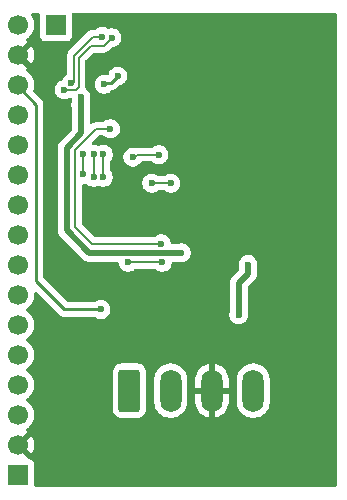
<source format=gbr>
%TF.GenerationSoftware,KiCad,Pcbnew,9.0.6*%
%TF.CreationDate,2026-02-21T13:52:17+10:00*%
%TF.ProjectId,ae-tracker-db,61652d74-7261-4636-9b65-722d64622e6b,rev?*%
%TF.SameCoordinates,Original*%
%TF.FileFunction,Copper,L2,Bot*%
%TF.FilePolarity,Positive*%
%FSLAX46Y46*%
G04 Gerber Fmt 4.6, Leading zero omitted, Abs format (unit mm)*
G04 Created by KiCad (PCBNEW 9.0.6) date 2026-02-21 13:52:17*
%MOMM*%
%LPD*%
G01*
G04 APERTURE LIST*
G04 Aperture macros list*
%AMRoundRect*
0 Rectangle with rounded corners*
0 $1 Rounding radius*
0 $2 $3 $4 $5 $6 $7 $8 $9 X,Y pos of 4 corners*
0 Add a 4 corners polygon primitive as box body*
4,1,4,$2,$3,$4,$5,$6,$7,$8,$9,$2,$3,0*
0 Add four circle primitives for the rounded corners*
1,1,$1+$1,$2,$3*
1,1,$1+$1,$4,$5*
1,1,$1+$1,$6,$7*
1,1,$1+$1,$8,$9*
0 Add four rect primitives between the rounded corners*
20,1,$1+$1,$2,$3,$4,$5,0*
20,1,$1+$1,$4,$5,$6,$7,0*
20,1,$1+$1,$6,$7,$8,$9,0*
20,1,$1+$1,$8,$9,$2,$3,0*%
G04 Aperture macros list end*
%TA.AperFunction,ComponentPad*%
%ADD10R,1.700000X1.700000*%
%TD*%
%TA.AperFunction,ComponentPad*%
%ADD11C,1.700000*%
%TD*%
%TA.AperFunction,ComponentPad*%
%ADD12RoundRect,0.250000X-0.650000X-1.550000X0.650000X-1.550000X0.650000X1.550000X-0.650000X1.550000X0*%
%TD*%
%TA.AperFunction,ComponentPad*%
%ADD13O,1.800000X3.600000*%
%TD*%
%TA.AperFunction,ViaPad*%
%ADD14C,0.600000*%
%TD*%
%TA.AperFunction,Conductor*%
%ADD15C,0.508000*%
%TD*%
%TA.AperFunction,Conductor*%
%ADD16C,0.127000*%
%TD*%
%TA.AperFunction,Conductor*%
%ADD17C,0.254000*%
%TD*%
G04 APERTURE END LIST*
D10*
%TO.P,J2,1,Pin_1*%
%TO.N,BATT_V*%
X139172975Y-80955572D03*
%TD*%
%TO.P,J4,1,Pin_1*%
%TO.N,+3.3V*%
X136000000Y-119000000D03*
D11*
%TO.P,J4,2,Pin_2*%
%TO.N,GND*%
X136000000Y-116460000D03*
%TO.P,J4,3,Pin_3*%
%TO.N,SUPPLY_EN*%
X136000000Y-113920000D03*
%TO.P,J4,4,Pin_4*%
%TO.N,ESP_TX*%
X136000000Y-111380000D03*
%TO.P,J4,5,Pin_5*%
%TO.N,ESP_RX*%
X136000000Y-108840000D03*
%TO.P,J4,6,Pin_6*%
%TO.N,STAT*%
X136000000Y-106300000D03*
%TO.P,J4,7,Pin_7*%
%TO.N,unconnected-(J4-Pin_7-Pad7)*%
X136000000Y-103760000D03*
%TO.P,J4,8,Pin_8*%
%TO.N,unconnected-(J4-Pin_8-Pad8)*%
X136000000Y-101220000D03*
%TO.P,J4,9,Pin_9*%
%TO.N,PG*%
X136000000Y-98680000D03*
%TO.P,J4,10,Pin_10*%
%TO.N,SDA*%
X136000000Y-96140000D03*
%TO.P,J4,11,Pin_11*%
%TO.N,SCL*%
X136000000Y-93600000D03*
%TO.P,J4,12,Pin_12*%
%TO.N,INT1*%
X136000000Y-91060000D03*
%TO.P,J4,13,Pin_13*%
%TO.N,INT2*%
X136000000Y-88520000D03*
%TO.P,J4,14,Pin_14*%
%TO.N,RS*%
X136000000Y-85980000D03*
%TO.P,J4,15,Pin_15*%
%TO.N,GND*%
X136000000Y-83440000D03*
%TO.P,J4,16,Pin_16*%
%TO.N,unconnected-(J4-Pin_16-Pad16)*%
X136000000Y-80900000D03*
%TD*%
D12*
%TO.P,J3,1,Pin_1*%
%TO.N,CAN_L*%
X145400000Y-111867500D03*
D13*
%TO.P,J3,2,Pin_2*%
%TO.N,CAN_H*%
X148900000Y-111867500D03*
%TO.P,J3,3,Pin_3*%
%TO.N,GND*%
X152400000Y-111867500D03*
%TO.P,J3,4,Pin_4*%
%TO.N,SUPPLY_IN*%
X155900000Y-111867500D03*
%TD*%
D14*
%TO.N,GND*%
X145700000Y-88100000D03*
X143472691Y-83774357D03*
X145218099Y-82467329D03*
X145456008Y-93400000D03*
X142480425Y-83783378D03*
X158108780Y-97803624D03*
X150964226Y-89625258D03*
X152971489Y-102195000D03*
X150156008Y-105244893D03*
X141700000Y-94800000D03*
X156155486Y-103694514D03*
X144600000Y-83900000D03*
X148695105Y-82414974D03*
X138184542Y-83649053D03*
X150867251Y-88102162D03*
X152112873Y-103208152D03*
X149606008Y-92799749D03*
X149150000Y-102500000D03*
X138114767Y-84873002D03*
X149061975Y-105244893D03*
X141743715Y-96236570D03*
X149606008Y-91799749D03*
X151376862Y-105244107D03*
X143500000Y-98500000D03*
X147812526Y-84096583D03*
X152114468Y-102168364D03*
X152971489Y-103195000D03*
%TO.N,SUPPLY*%
X149800000Y-100200000D03*
X148700000Y-100200000D03*
X141300000Y-87700000D03*
X141300000Y-87000000D03*
%TO.N,Net-(U2-ADC1)*%
X143800000Y-89700000D03*
X148100000Y-99446000D03*
%TO.N,Net-(D1-A2)*%
X154656008Y-105437500D03*
X155450000Y-101200000D03*
%TO.N,STAT*%
X143900000Y-82000000D03*
X143200000Y-91872587D03*
X143200000Y-93813500D03*
X139900000Y-86400000D03*
%TO.N,PG*%
X142400000Y-93813500D03*
X140500000Y-85836500D03*
X143093356Y-81893356D03*
X142400000Y-91872587D03*
%TO.N,INT2*%
X147306008Y-94304260D03*
X141500000Y-93563500D03*
X148906008Y-94304260D03*
X141500000Y-91850000D03*
%TO.N,INT1*%
X145700000Y-92100000D03*
X147906008Y-91904260D03*
%TO.N,RS*%
X143000000Y-105000000D03*
%TO.N,SUPPLY_EN*%
X148200000Y-101000000D03*
X145300000Y-101000000D03*
%TO.N,Net-(U3-ISET)*%
X144429026Y-85229026D03*
X143271086Y-85928914D03*
%TD*%
D15*
%TO.N,SUPPLY*%
X142000000Y-100200000D02*
X140100000Y-98300000D01*
X140100000Y-98300000D02*
X140100000Y-91300000D01*
X141300000Y-87700000D02*
X141300000Y-87000000D01*
X141300000Y-90100000D02*
X141300000Y-87700000D01*
X149800000Y-100200000D02*
X142000000Y-100200000D01*
X140100000Y-91300000D02*
X141300000Y-90100000D01*
D16*
%TO.N,Net-(U2-ADC1)*%
X142246000Y-99446000D02*
X140800000Y-98000000D01*
X140800000Y-98000000D02*
X140800000Y-91500000D01*
X148100000Y-99446000D02*
X142246000Y-99446000D01*
X140800000Y-91500000D02*
X142600000Y-89700000D01*
X142600000Y-89700000D02*
X143800000Y-89700000D01*
D15*
%TO.N,Net-(D1-A2)*%
X154656008Y-102760481D02*
X154656008Y-105437500D01*
X155450000Y-101966489D02*
X154656008Y-102760481D01*
X155450000Y-101200000D02*
X155450000Y-101966489D01*
D16*
%TO.N,STAT*%
X143900000Y-82000000D02*
X143213370Y-82686630D01*
X141100000Y-83700000D02*
X141100000Y-86200000D01*
X143200000Y-93813500D02*
X143200000Y-91872587D01*
X140900000Y-86400000D02*
X139900000Y-86400000D01*
X143213370Y-82686630D02*
X142113370Y-82686630D01*
X142113370Y-82686630D02*
X141100000Y-83700000D01*
X141100000Y-86200000D02*
X140900000Y-86400000D01*
%TO.N,PG*%
X140700000Y-85700000D02*
X140563500Y-85836500D01*
X142400000Y-93813500D02*
X142400000Y-91872587D01*
X142306644Y-81893356D02*
X140700000Y-83500000D01*
X140563500Y-85836500D02*
X140500000Y-85836500D01*
X140700000Y-83500000D02*
X140700000Y-85700000D01*
X143093356Y-81893356D02*
X142306644Y-81893356D01*
%TO.N,INT2*%
X147306008Y-94304260D02*
X148906008Y-94304260D01*
X141500000Y-91850000D02*
X141500000Y-93563500D01*
%TO.N,INT1*%
X145700000Y-92100000D02*
X145842257Y-92100000D01*
X146037997Y-91904260D02*
X147906008Y-91904260D01*
X145842257Y-92100000D02*
X146037997Y-91904260D01*
D17*
%TO.N,RS*%
X143000000Y-105000000D02*
X139900000Y-105000000D01*
X137500000Y-87651497D02*
X135878992Y-86030489D01*
X137500000Y-102600000D02*
X137500000Y-87651497D01*
X139900000Y-105000000D02*
X137500000Y-102600000D01*
D16*
%TO.N,SUPPLY_EN*%
X145300000Y-101000000D02*
X148200000Y-101000000D01*
D17*
%TO.N,Net-(U3-ISET)*%
X143858052Y-85800000D02*
X143400000Y-85800000D01*
X144429026Y-85229026D02*
X143858052Y-85800000D01*
X143400000Y-85800000D02*
X143271086Y-85928914D01*
%TD*%
%TA.AperFunction,Conductor*%
%TO.N,GND*%
G36*
X137768369Y-79920185D02*
G01*
X137814124Y-79972989D01*
X137824619Y-80037751D01*
X137822475Y-80057699D01*
X137822475Y-80057700D01*
X137822475Y-80057704D01*
X137822475Y-81853442D01*
X137822476Y-81853448D01*
X137828883Y-81913055D01*
X137879177Y-82047900D01*
X137879181Y-82047907D01*
X137965427Y-82163116D01*
X137965430Y-82163119D01*
X138080639Y-82249365D01*
X138080646Y-82249369D01*
X138215492Y-82299663D01*
X138215491Y-82299663D01*
X138222419Y-82300407D01*
X138275102Y-82306072D01*
X140070847Y-82306071D01*
X140130458Y-82299663D01*
X140265306Y-82249368D01*
X140380521Y-82163118D01*
X140466771Y-82047903D01*
X140517066Y-81913055D01*
X140523475Y-81853445D01*
X140523474Y-80057700D01*
X140521330Y-80037753D01*
X140533737Y-79968993D01*
X140581348Y-79917857D01*
X140644620Y-79900500D01*
X162869492Y-79900500D01*
X162936531Y-79920185D01*
X162982286Y-79972989D01*
X162993492Y-80024500D01*
X162993492Y-119870989D01*
X162973807Y-119938028D01*
X162921003Y-119983783D01*
X162869492Y-119994989D01*
X137474500Y-119994989D01*
X137407461Y-119975304D01*
X137361706Y-119922500D01*
X137350500Y-119870989D01*
X137350499Y-118102129D01*
X137350498Y-118102123D01*
X137344091Y-118042516D01*
X137293797Y-117907671D01*
X137293793Y-117907664D01*
X137207547Y-117792455D01*
X137207544Y-117792452D01*
X137092335Y-117706206D01*
X137092328Y-117706202D01*
X136957482Y-117655908D01*
X136957483Y-117655908D01*
X136897883Y-117649501D01*
X136897881Y-117649500D01*
X136897873Y-117649500D01*
X136897865Y-117649500D01*
X136887309Y-117649500D01*
X136820270Y-117629815D01*
X136799628Y-117613181D01*
X136129409Y-116942962D01*
X136192993Y-116925925D01*
X136307007Y-116860099D01*
X136400099Y-116767007D01*
X136465925Y-116652993D01*
X136482962Y-116589408D01*
X137115270Y-117221717D01*
X137115270Y-117221716D01*
X137154622Y-117167554D01*
X137251095Y-116978217D01*
X137316757Y-116776130D01*
X137316757Y-116776127D01*
X137350000Y-116566246D01*
X137350000Y-116353753D01*
X137316757Y-116143872D01*
X137316757Y-116143869D01*
X137251095Y-115941782D01*
X137154624Y-115752449D01*
X137115270Y-115698282D01*
X137115269Y-115698282D01*
X136482962Y-116330590D01*
X136465925Y-116267007D01*
X136400099Y-116152993D01*
X136307007Y-116059901D01*
X136192993Y-115994075D01*
X136129407Y-115977036D01*
X136761716Y-115344728D01*
X136707547Y-115305373D01*
X136707547Y-115305372D01*
X136698500Y-115300763D01*
X136647706Y-115252788D01*
X136630912Y-115184966D01*
X136653451Y-115118832D01*
X136698508Y-115079793D01*
X136707816Y-115075051D01*
X136787007Y-115017515D01*
X136879786Y-114950109D01*
X136879788Y-114950106D01*
X136879792Y-114950104D01*
X137030104Y-114799792D01*
X137030106Y-114799788D01*
X137030109Y-114799786D01*
X137155048Y-114627820D01*
X137155047Y-114627820D01*
X137155051Y-114627816D01*
X137251557Y-114438412D01*
X137317246Y-114236243D01*
X137350500Y-114026287D01*
X137350500Y-113813713D01*
X137317246Y-113603757D01*
X137251557Y-113401588D01*
X137155051Y-113212184D01*
X137155049Y-113212181D01*
X137155048Y-113212179D01*
X137030109Y-113040213D01*
X136879786Y-112889890D01*
X136707820Y-112764951D01*
X136707115Y-112764591D01*
X136699054Y-112760485D01*
X136648259Y-112712512D01*
X136631463Y-112644692D01*
X136653999Y-112578556D01*
X136699054Y-112539515D01*
X136707816Y-112535051D01*
X136800793Y-112467500D01*
X136879786Y-112410109D01*
X136879788Y-112410106D01*
X136879792Y-112410104D01*
X137030104Y-112259792D01*
X137030106Y-112259788D01*
X137030109Y-112259786D01*
X137155048Y-112087820D01*
X137155047Y-112087820D01*
X137155051Y-112087816D01*
X137251557Y-111898412D01*
X137317246Y-111696243D01*
X137350500Y-111486287D01*
X137350500Y-111273713D01*
X137317246Y-111063757D01*
X137251557Y-110861588D01*
X137155051Y-110672184D01*
X137155049Y-110672181D01*
X137155048Y-110672179D01*
X137030109Y-110500213D01*
X136879786Y-110349890D01*
X136766361Y-110267483D01*
X143999500Y-110267483D01*
X143999500Y-113467501D01*
X143999501Y-113467518D01*
X144010000Y-113570296D01*
X144010001Y-113570299D01*
X144046308Y-113679865D01*
X144065186Y-113736834D01*
X144157288Y-113886156D01*
X144281344Y-114010212D01*
X144430666Y-114102314D01*
X144597203Y-114157499D01*
X144699991Y-114168000D01*
X146100008Y-114167999D01*
X146202797Y-114157499D01*
X146369334Y-114102314D01*
X146518656Y-114010212D01*
X146642712Y-113886156D01*
X146734814Y-113736834D01*
X146789999Y-113570297D01*
X146800500Y-113467509D01*
X146800499Y-110857278D01*
X147499500Y-110857278D01*
X147499500Y-112877721D01*
X147533985Y-113095452D01*
X147602103Y-113305103D01*
X147602104Y-113305106D01*
X147670122Y-113438596D01*
X147684854Y-113467509D01*
X147702187Y-113501525D01*
X147831752Y-113679858D01*
X147831756Y-113679863D01*
X147987636Y-113835743D01*
X147987641Y-113835747D01*
X148143192Y-113948760D01*
X148165978Y-113965315D01*
X148285639Y-114026286D01*
X148362393Y-114065395D01*
X148362396Y-114065396D01*
X148467221Y-114099455D01*
X148572049Y-114133515D01*
X148789778Y-114168000D01*
X148789779Y-114168000D01*
X149010221Y-114168000D01*
X149010222Y-114168000D01*
X149227951Y-114133515D01*
X149437606Y-114065395D01*
X149634022Y-113965315D01*
X149812365Y-113835742D01*
X149968242Y-113679865D01*
X150097815Y-113501522D01*
X150197895Y-113305106D01*
X150266015Y-113095451D01*
X150300500Y-112877722D01*
X150300500Y-110857318D01*
X151000000Y-110857318D01*
X151000000Y-111617500D01*
X151851518Y-111617500D01*
X151840889Y-111635909D01*
X151800000Y-111788509D01*
X151800000Y-111946491D01*
X151840889Y-112099091D01*
X151851518Y-112117500D01*
X151000000Y-112117500D01*
X151000000Y-112877681D01*
X151034473Y-113095335D01*
X151102567Y-113304910D01*
X151202613Y-113501260D01*
X151332142Y-113679541D01*
X151487958Y-113835357D01*
X151666239Y-113964886D01*
X151862589Y-114064932D01*
X152072163Y-114133026D01*
X152149999Y-114145354D01*
X152150000Y-114145354D01*
X152150000Y-112415982D01*
X152168409Y-112426611D01*
X152321009Y-112467500D01*
X152478991Y-112467500D01*
X152631591Y-112426611D01*
X152650000Y-112415982D01*
X152650000Y-114145354D01*
X152727834Y-114133026D01*
X152727837Y-114133026D01*
X152937410Y-114064932D01*
X153133760Y-113964886D01*
X153312041Y-113835357D01*
X153467857Y-113679541D01*
X153597386Y-113501260D01*
X153697432Y-113304910D01*
X153765526Y-113095335D01*
X153800000Y-112877681D01*
X153800000Y-112117500D01*
X152948482Y-112117500D01*
X152959111Y-112099091D01*
X153000000Y-111946491D01*
X153000000Y-111788509D01*
X152959111Y-111635909D01*
X152948482Y-111617500D01*
X153800000Y-111617500D01*
X153800000Y-110857318D01*
X153799994Y-110857278D01*
X154499500Y-110857278D01*
X154499500Y-112877721D01*
X154533985Y-113095452D01*
X154602103Y-113305103D01*
X154602104Y-113305106D01*
X154670122Y-113438596D01*
X154684854Y-113467509D01*
X154702187Y-113501525D01*
X154831752Y-113679858D01*
X154831756Y-113679863D01*
X154987636Y-113835743D01*
X154987641Y-113835747D01*
X155143192Y-113948760D01*
X155165978Y-113965315D01*
X155285639Y-114026286D01*
X155362393Y-114065395D01*
X155362396Y-114065396D01*
X155467221Y-114099455D01*
X155572049Y-114133515D01*
X155789778Y-114168000D01*
X155789779Y-114168000D01*
X156010221Y-114168000D01*
X156010222Y-114168000D01*
X156227951Y-114133515D01*
X156437606Y-114065395D01*
X156634022Y-113965315D01*
X156812365Y-113835742D01*
X156968242Y-113679865D01*
X157097815Y-113501522D01*
X157197895Y-113305106D01*
X157266015Y-113095451D01*
X157300500Y-112877722D01*
X157300500Y-110857278D01*
X157266015Y-110639549D01*
X157220741Y-110500208D01*
X157197896Y-110429896D01*
X157197895Y-110429893D01*
X157163237Y-110361875D01*
X157097815Y-110233478D01*
X157047848Y-110164704D01*
X156968247Y-110055141D01*
X156968243Y-110055136D01*
X156812363Y-109899256D01*
X156812358Y-109899252D01*
X156634025Y-109769687D01*
X156634024Y-109769686D01*
X156634022Y-109769685D01*
X156536091Y-109719786D01*
X156437606Y-109669604D01*
X156437603Y-109669603D01*
X156227952Y-109601485D01*
X156076516Y-109577500D01*
X156010222Y-109567000D01*
X155789778Y-109567000D01*
X155723484Y-109577500D01*
X155572047Y-109601485D01*
X155362396Y-109669603D01*
X155362393Y-109669604D01*
X155165974Y-109769687D01*
X154987641Y-109899252D01*
X154987636Y-109899256D01*
X154831756Y-110055136D01*
X154831752Y-110055141D01*
X154702187Y-110233474D01*
X154602104Y-110429893D01*
X154602103Y-110429896D01*
X154533985Y-110639547D01*
X154499500Y-110857278D01*
X153799994Y-110857278D01*
X153765526Y-110639664D01*
X153697432Y-110430089D01*
X153597386Y-110233739D01*
X153467857Y-110055458D01*
X153312041Y-109899642D01*
X153133760Y-109770113D01*
X152937410Y-109670067D01*
X152727836Y-109601973D01*
X152650000Y-109589644D01*
X152650000Y-111319017D01*
X152631591Y-111308389D01*
X152478991Y-111267500D01*
X152321009Y-111267500D01*
X152168409Y-111308389D01*
X152150000Y-111319017D01*
X152150000Y-109589644D01*
X152072164Y-109601973D01*
X152072161Y-109601973D01*
X151862589Y-109670067D01*
X151666239Y-109770113D01*
X151487958Y-109899642D01*
X151332142Y-110055458D01*
X151202613Y-110233739D01*
X151102567Y-110430089D01*
X151034473Y-110639664D01*
X151000000Y-110857318D01*
X150300500Y-110857318D01*
X150300500Y-110857278D01*
X150266015Y-110639549D01*
X150220741Y-110500208D01*
X150197896Y-110429896D01*
X150197895Y-110429893D01*
X150163237Y-110361875D01*
X150097815Y-110233478D01*
X150047848Y-110164704D01*
X149968247Y-110055141D01*
X149968243Y-110055136D01*
X149812363Y-109899256D01*
X149812358Y-109899252D01*
X149634025Y-109769687D01*
X149634024Y-109769686D01*
X149634022Y-109769685D01*
X149536091Y-109719786D01*
X149437606Y-109669604D01*
X149437603Y-109669603D01*
X149227952Y-109601485D01*
X149076516Y-109577500D01*
X149010222Y-109567000D01*
X148789778Y-109567000D01*
X148723484Y-109577500D01*
X148572047Y-109601485D01*
X148362396Y-109669603D01*
X148362393Y-109669604D01*
X148165974Y-109769687D01*
X147987641Y-109899252D01*
X147987636Y-109899256D01*
X147831756Y-110055136D01*
X147831752Y-110055141D01*
X147702187Y-110233474D01*
X147602104Y-110429893D01*
X147602103Y-110429896D01*
X147533985Y-110639547D01*
X147499500Y-110857278D01*
X146800499Y-110857278D01*
X146800499Y-110267492D01*
X146797024Y-110233478D01*
X146789999Y-110164703D01*
X146789998Y-110164700D01*
X146734814Y-109998166D01*
X146642712Y-109848844D01*
X146518656Y-109724788D01*
X146369334Y-109632686D01*
X146202797Y-109577501D01*
X146202795Y-109577500D01*
X146100010Y-109567000D01*
X144699998Y-109567000D01*
X144699981Y-109567001D01*
X144597203Y-109577500D01*
X144597200Y-109577501D01*
X144430668Y-109632685D01*
X144430663Y-109632687D01*
X144281342Y-109724789D01*
X144157289Y-109848842D01*
X144065187Y-109998163D01*
X144065186Y-109998166D01*
X144010001Y-110164703D01*
X144010001Y-110164704D01*
X144010000Y-110164704D01*
X143999500Y-110267483D01*
X136766361Y-110267483D01*
X136707820Y-110224951D01*
X136707115Y-110224591D01*
X136699054Y-110220485D01*
X136648259Y-110172512D01*
X136631463Y-110104692D01*
X136653999Y-110038556D01*
X136699054Y-109999515D01*
X136707816Y-109995051D01*
X136729789Y-109979086D01*
X136879786Y-109870109D01*
X136879788Y-109870106D01*
X136879792Y-109870104D01*
X137030104Y-109719792D01*
X137030106Y-109719788D01*
X137030109Y-109719786D01*
X137155048Y-109547820D01*
X137155047Y-109547820D01*
X137155051Y-109547816D01*
X137251557Y-109358412D01*
X137317246Y-109156243D01*
X137350500Y-108946287D01*
X137350500Y-108733713D01*
X137317246Y-108523757D01*
X137251557Y-108321588D01*
X137155051Y-108132184D01*
X137155049Y-108132181D01*
X137155048Y-108132179D01*
X137030109Y-107960213D01*
X136879786Y-107809890D01*
X136707820Y-107684951D01*
X136707115Y-107684591D01*
X136699054Y-107680485D01*
X136648259Y-107632512D01*
X136631463Y-107564692D01*
X136653999Y-107498556D01*
X136699054Y-107459515D01*
X136707816Y-107455051D01*
X136729789Y-107439086D01*
X136879786Y-107330109D01*
X136879788Y-107330106D01*
X136879792Y-107330104D01*
X137030104Y-107179792D01*
X137030106Y-107179788D01*
X137030109Y-107179786D01*
X137155048Y-107007820D01*
X137155047Y-107007820D01*
X137155051Y-107007816D01*
X137251557Y-106818412D01*
X137317246Y-106616243D01*
X137350500Y-106406287D01*
X137350500Y-106193713D01*
X137317246Y-105983757D01*
X137251557Y-105781588D01*
X137155051Y-105592184D01*
X137155049Y-105592181D01*
X137155048Y-105592179D01*
X137030109Y-105420213D01*
X136879786Y-105269890D01*
X136707820Y-105144951D01*
X136707115Y-105144591D01*
X136699054Y-105140485D01*
X136648259Y-105092512D01*
X136631463Y-105024692D01*
X136653999Y-104958556D01*
X136699054Y-104919515D01*
X136707816Y-104915051D01*
X136729789Y-104899086D01*
X136879786Y-104790109D01*
X136879788Y-104790106D01*
X136879792Y-104790104D01*
X137030104Y-104639792D01*
X137030106Y-104639788D01*
X137030109Y-104639786D01*
X137155048Y-104467820D01*
X137155047Y-104467820D01*
X137155051Y-104467816D01*
X137251557Y-104278412D01*
X137317246Y-104076243D01*
X137350500Y-103866287D01*
X137350500Y-103653713D01*
X137350500Y-103653712D01*
X137350118Y-103648862D01*
X137351637Y-103648742D01*
X137359716Y-103586147D01*
X137404703Y-103532688D01*
X137471452Y-103512037D01*
X137538768Y-103530751D01*
X137560924Y-103548343D01*
X139412589Y-105400008D01*
X139499992Y-105487411D01*
X139499994Y-105487413D01*
X139499996Y-105487414D01*
X139602756Y-105556076D01*
X139602758Y-105556077D01*
X139602767Y-105556083D01*
X139627772Y-105566440D01*
X139650071Y-105575677D01*
X139689911Y-105592179D01*
X139716966Y-105603386D01*
X139838192Y-105627499D01*
X139838196Y-105627500D01*
X139838197Y-105627500D01*
X142460643Y-105627500D01*
X142527682Y-105647185D01*
X142529534Y-105648398D01*
X142620814Y-105709390D01*
X142620827Y-105709397D01*
X142766498Y-105769735D01*
X142766503Y-105769737D01*
X142921153Y-105800499D01*
X142921156Y-105800500D01*
X142921158Y-105800500D01*
X143078844Y-105800500D01*
X143078845Y-105800499D01*
X143233497Y-105769737D01*
X143379179Y-105709394D01*
X143510289Y-105621789D01*
X143621789Y-105510289D01*
X143709394Y-105379179D01*
X143717894Y-105358658D01*
X153855508Y-105358658D01*
X153855508Y-105365984D01*
X153855508Y-105516346D01*
X153886269Y-105670989D01*
X153886272Y-105671001D01*
X153946610Y-105816672D01*
X153946617Y-105816685D01*
X154034218Y-105947788D01*
X154034221Y-105947792D01*
X154145715Y-106059286D01*
X154145719Y-106059289D01*
X154276822Y-106146890D01*
X154276835Y-106146897D01*
X154389861Y-106193713D01*
X154422511Y-106207237D01*
X154577161Y-106237999D01*
X154577164Y-106238000D01*
X154577166Y-106238000D01*
X154734852Y-106238000D01*
X154734853Y-106237999D01*
X154889505Y-106207237D01*
X155035187Y-106146894D01*
X155166297Y-106059289D01*
X155277797Y-105947789D01*
X155365402Y-105816679D01*
X155425745Y-105670997D01*
X155456508Y-105516342D01*
X155456508Y-105358658D01*
X155456508Y-105358655D01*
X155456507Y-105358653D01*
X155425747Y-105204011D01*
X155425746Y-105204008D01*
X155425745Y-105204003D01*
X155419945Y-105190001D01*
X155410508Y-105142553D01*
X155410508Y-103124366D01*
X155430193Y-103057327D01*
X155446823Y-103036689D01*
X155930963Y-102552549D01*
X155930966Y-102552548D01*
X156036059Y-102447455D01*
X156118629Y-102323879D01*
X156175505Y-102186569D01*
X156204500Y-102040801D01*
X156204500Y-101494947D01*
X156213939Y-101447494D01*
X156219737Y-101433497D01*
X156250500Y-101278842D01*
X156250500Y-101121158D01*
X156250500Y-101121155D01*
X156250499Y-101121153D01*
X156219737Y-100966503D01*
X156159794Y-100821786D01*
X156159397Y-100820827D01*
X156159390Y-100820814D01*
X156071789Y-100689711D01*
X156071786Y-100689707D01*
X155960292Y-100578213D01*
X155960288Y-100578210D01*
X155829185Y-100490609D01*
X155829172Y-100490602D01*
X155683501Y-100430264D01*
X155683489Y-100430261D01*
X155528845Y-100399500D01*
X155528842Y-100399500D01*
X155371158Y-100399500D01*
X155371155Y-100399500D01*
X155216510Y-100430261D01*
X155216498Y-100430264D01*
X155070827Y-100490602D01*
X155070814Y-100490609D01*
X154939711Y-100578210D01*
X154939707Y-100578213D01*
X154828213Y-100689707D01*
X154828210Y-100689711D01*
X154740609Y-100820814D01*
X154740602Y-100820827D01*
X154680264Y-100966498D01*
X154680261Y-100966510D01*
X154649500Y-101121153D01*
X154649500Y-101278846D01*
X154680261Y-101433489D01*
X154680263Y-101433497D01*
X154686061Y-101447494D01*
X154687687Y-101455671D01*
X154690477Y-101460012D01*
X154695500Y-101494947D01*
X154695500Y-101602601D01*
X154675815Y-101669640D01*
X154659181Y-101690282D01*
X154069951Y-102279511D01*
X154069950Y-102279512D01*
X153987380Y-102403088D01*
X153987374Y-102403099D01*
X153930504Y-102540397D01*
X153930501Y-102540407D01*
X153901507Y-102686166D01*
X153901507Y-102840906D01*
X153901508Y-102840927D01*
X153901508Y-105142553D01*
X153900029Y-105149984D01*
X153898636Y-105169084D01*
X153896280Y-105179836D01*
X153886271Y-105204003D01*
X153855508Y-105358658D01*
X143717894Y-105358658D01*
X143717896Y-105358653D01*
X143740073Y-105305114D01*
X143769735Y-105233501D01*
X143769737Y-105233497D01*
X143800500Y-105078842D01*
X143800500Y-104921158D01*
X143800500Y-104921155D01*
X143800499Y-104921153D01*
X143799285Y-104915048D01*
X143769737Y-104766503D01*
X143717250Y-104639786D01*
X143709397Y-104620827D01*
X143709390Y-104620814D01*
X143621789Y-104489711D01*
X143621786Y-104489707D01*
X143510292Y-104378213D01*
X143510288Y-104378210D01*
X143379185Y-104290609D01*
X143379172Y-104290602D01*
X143233501Y-104230264D01*
X143233489Y-104230261D01*
X143078845Y-104199500D01*
X143078842Y-104199500D01*
X142921158Y-104199500D01*
X142921155Y-104199500D01*
X142766510Y-104230261D01*
X142766498Y-104230264D01*
X142620827Y-104290602D01*
X142620814Y-104290609D01*
X142529534Y-104351602D01*
X142462857Y-104372480D01*
X142460643Y-104372500D01*
X140211281Y-104372500D01*
X140144242Y-104352815D01*
X140123600Y-104336181D01*
X138163819Y-102376400D01*
X138130334Y-102315077D01*
X138127500Y-102288719D01*
X138127500Y-87589693D01*
X138121185Y-87557950D01*
X138121185Y-87557947D01*
X138103387Y-87468469D01*
X138103384Y-87468460D01*
X138102573Y-87466503D01*
X138091591Y-87439988D01*
X138056086Y-87354269D01*
X138056079Y-87354257D01*
X137987410Y-87251488D01*
X137987407Y-87251484D01*
X137301064Y-86565142D01*
X137294049Y-86552295D01*
X137283171Y-86542500D01*
X137277641Y-86522246D01*
X137267579Y-86503819D01*
X137268294Y-86488013D01*
X137264768Y-86475098D01*
X137270392Y-86441649D01*
X137270455Y-86440265D01*
X137270599Y-86439806D01*
X137309152Y-86321153D01*
X139099500Y-86321153D01*
X139099500Y-86478846D01*
X139130261Y-86633489D01*
X139130264Y-86633501D01*
X139190602Y-86779172D01*
X139190609Y-86779185D01*
X139278210Y-86910288D01*
X139278213Y-86910292D01*
X139389707Y-87021786D01*
X139389711Y-87021789D01*
X139520814Y-87109390D01*
X139520827Y-87109397D01*
X139666498Y-87169735D01*
X139666503Y-87169737D01*
X139821153Y-87200499D01*
X139821156Y-87200500D01*
X139821158Y-87200500D01*
X139978844Y-87200500D01*
X139978845Y-87200499D01*
X140133497Y-87169737D01*
X140279179Y-87109394D01*
X140279184Y-87109390D01*
X140279187Y-87109389D01*
X140324712Y-87078970D01*
X140353410Y-87069983D01*
X140381288Y-87058684D01*
X140386413Y-87059649D01*
X140391389Y-87058091D01*
X140420392Y-87066047D01*
X140449951Y-87071613D01*
X140453740Y-87075195D01*
X140458770Y-87076575D01*
X140478869Y-87098951D01*
X140500725Y-87119612D01*
X140503128Y-87125957D01*
X140505460Y-87128553D01*
X140513982Y-87152321D01*
X140514668Y-87155099D01*
X140530263Y-87233497D01*
X140539636Y-87256125D01*
X140541878Y-87265197D01*
X140541467Y-87274673D01*
X140545500Y-87294947D01*
X140545500Y-87405053D01*
X140536062Y-87452501D01*
X140530263Y-87466503D01*
X140530262Y-87466506D01*
X140530260Y-87466511D01*
X140499500Y-87621153D01*
X140499500Y-87778846D01*
X140530261Y-87933489D01*
X140530263Y-87933497D01*
X140536061Y-87947494D01*
X140545500Y-87994947D01*
X140545500Y-89736112D01*
X140525815Y-89803151D01*
X140509181Y-89823793D01*
X139513943Y-90819030D01*
X139513942Y-90819031D01*
X139431368Y-90942612D01*
X139398052Y-91023047D01*
X139387098Y-91049495D01*
X139387096Y-91049500D01*
X139374494Y-91079922D01*
X139374493Y-91079926D01*
X139345499Y-91225685D01*
X139345499Y-91380425D01*
X139345500Y-91380446D01*
X139345500Y-98220552D01*
X139345499Y-98220578D01*
X139345499Y-98225688D01*
X139345499Y-98374312D01*
X139345499Y-98374314D01*
X139345498Y-98374314D01*
X139374493Y-98520073D01*
X139374496Y-98520083D01*
X139431366Y-98657381D01*
X139431372Y-98657392D01*
X139513942Y-98780968D01*
X139513943Y-98780969D01*
X141409600Y-100676624D01*
X141409621Y-100676647D01*
X141519031Y-100786057D01*
X141578065Y-100825502D01*
X141578064Y-100825502D01*
X141642600Y-100868623D01*
X141642604Y-100868625D01*
X141642611Y-100868630D01*
X141723045Y-100901946D01*
X141779920Y-100925505D01*
X141793293Y-100928165D01*
X141885246Y-100946456D01*
X141925686Y-100954501D01*
X141925688Y-100954501D01*
X142080426Y-100954501D01*
X142080446Y-100954500D01*
X144375500Y-100954500D01*
X144442539Y-100974185D01*
X144488294Y-101026989D01*
X144498269Y-101072844D01*
X144498903Y-101072782D01*
X144499438Y-101078215D01*
X144499500Y-101078500D01*
X144499500Y-101078846D01*
X144530261Y-101233489D01*
X144530264Y-101233501D01*
X144590602Y-101379172D01*
X144590609Y-101379185D01*
X144678210Y-101510288D01*
X144678213Y-101510292D01*
X144789707Y-101621786D01*
X144789711Y-101621789D01*
X144920814Y-101709390D01*
X144920827Y-101709397D01*
X145066498Y-101769735D01*
X145066503Y-101769737D01*
X145221153Y-101800499D01*
X145221156Y-101800500D01*
X145221158Y-101800500D01*
X145378844Y-101800500D01*
X145378845Y-101800499D01*
X145533497Y-101769737D01*
X145679179Y-101709394D01*
X145810289Y-101621789D01*
X145810292Y-101621786D01*
X145831760Y-101600319D01*
X145893083Y-101566834D01*
X145919441Y-101564000D01*
X147580559Y-101564000D01*
X147647598Y-101583685D01*
X147668240Y-101600319D01*
X147689707Y-101621786D01*
X147689711Y-101621789D01*
X147820814Y-101709390D01*
X147820827Y-101709397D01*
X147966498Y-101769735D01*
X147966503Y-101769737D01*
X148121153Y-101800499D01*
X148121156Y-101800500D01*
X148121158Y-101800500D01*
X148278844Y-101800500D01*
X148278845Y-101800499D01*
X148433497Y-101769737D01*
X148579179Y-101709394D01*
X148710289Y-101621789D01*
X148821789Y-101510289D01*
X148909394Y-101379179D01*
X148969737Y-101233497D01*
X149000500Y-101078842D01*
X149000500Y-101078500D01*
X149000551Y-101078326D01*
X149001097Y-101072782D01*
X149002148Y-101072885D01*
X149020185Y-101011461D01*
X149072989Y-100965706D01*
X149124500Y-100954500D01*
X149505053Y-100954500D01*
X149552501Y-100963937D01*
X149566503Y-100969737D01*
X149566508Y-100969738D01*
X149566511Y-100969739D01*
X149721153Y-101000499D01*
X149721156Y-101000500D01*
X149721158Y-101000500D01*
X149878844Y-101000500D01*
X149878845Y-101000499D01*
X150033497Y-100969737D01*
X150179179Y-100909394D01*
X150310289Y-100821789D01*
X150421789Y-100710289D01*
X150509394Y-100579179D01*
X150569737Y-100433497D01*
X150600500Y-100278842D01*
X150600500Y-100121158D01*
X150600500Y-100121155D01*
X150600499Y-100121153D01*
X150569738Y-99966510D01*
X150569737Y-99966503D01*
X150555262Y-99931557D01*
X150509397Y-99820827D01*
X150509390Y-99820814D01*
X150421789Y-99689711D01*
X150421786Y-99689707D01*
X150310292Y-99578213D01*
X150310288Y-99578210D01*
X150179185Y-99490609D01*
X150179172Y-99490602D01*
X150033501Y-99430264D01*
X150033489Y-99430261D01*
X149878845Y-99399500D01*
X149878842Y-99399500D01*
X149721158Y-99399500D01*
X149721155Y-99399500D01*
X149566511Y-99430260D01*
X149566506Y-99430262D01*
X149566504Y-99430262D01*
X149566503Y-99430263D01*
X149552501Y-99436062D01*
X149505053Y-99445500D01*
X149017848Y-99445500D01*
X148950809Y-99425815D01*
X148905054Y-99373011D01*
X148896231Y-99345692D01*
X148869738Y-99212508D01*
X148869737Y-99212507D01*
X148869737Y-99212503D01*
X148869735Y-99212498D01*
X148809397Y-99066827D01*
X148809390Y-99066814D01*
X148721789Y-98935711D01*
X148721786Y-98935707D01*
X148610292Y-98824213D01*
X148610288Y-98824210D01*
X148479185Y-98736609D01*
X148479172Y-98736602D01*
X148333501Y-98676264D01*
X148333489Y-98676261D01*
X148178845Y-98645500D01*
X148178842Y-98645500D01*
X148021158Y-98645500D01*
X148021155Y-98645500D01*
X147866510Y-98676261D01*
X147866498Y-98676264D01*
X147720827Y-98736602D01*
X147720814Y-98736609D01*
X147589711Y-98824210D01*
X147589707Y-98824213D01*
X147568240Y-98845681D01*
X147506917Y-98879166D01*
X147480559Y-98882000D01*
X142530978Y-98882000D01*
X142463939Y-98862315D01*
X142443297Y-98845681D01*
X141400319Y-97802703D01*
X141366834Y-97741380D01*
X141364000Y-97715022D01*
X141364000Y-94488000D01*
X141383685Y-94420961D01*
X141436489Y-94375206D01*
X141488000Y-94364000D01*
X141578844Y-94364000D01*
X141578845Y-94363999D01*
X141615803Y-94356647D01*
X141713667Y-94337182D01*
X141783258Y-94343409D01*
X141825539Y-94371118D01*
X141889707Y-94435286D01*
X141889711Y-94435289D01*
X142020814Y-94522890D01*
X142020827Y-94522897D01*
X142166498Y-94583235D01*
X142166503Y-94583237D01*
X142321153Y-94613999D01*
X142321156Y-94614000D01*
X142321158Y-94614000D01*
X142478844Y-94614000D01*
X142478845Y-94613999D01*
X142633497Y-94583237D01*
X142743287Y-94537761D01*
X142752548Y-94533925D01*
X142822017Y-94526456D01*
X142847452Y-94533925D01*
X142856713Y-94537761D01*
X142966503Y-94583237D01*
X143121153Y-94613999D01*
X143121156Y-94614000D01*
X143121158Y-94614000D01*
X143278844Y-94614000D01*
X143278845Y-94613999D01*
X143433497Y-94583237D01*
X143579179Y-94522894D01*
X143710289Y-94435289D01*
X143821789Y-94323789D01*
X143887522Y-94225413D01*
X146505508Y-94225413D01*
X146505508Y-94383106D01*
X146536269Y-94537749D01*
X146536272Y-94537761D01*
X146596610Y-94683432D01*
X146596617Y-94683445D01*
X146684218Y-94814548D01*
X146684221Y-94814552D01*
X146795715Y-94926046D01*
X146795719Y-94926049D01*
X146926822Y-95013650D01*
X146926835Y-95013657D01*
X147072506Y-95073995D01*
X147072511Y-95073997D01*
X147226352Y-95104598D01*
X147227161Y-95104759D01*
X147227164Y-95104760D01*
X147227166Y-95104760D01*
X147384852Y-95104760D01*
X147384853Y-95104759D01*
X147539505Y-95073997D01*
X147685187Y-95013654D01*
X147816297Y-94926049D01*
X147816300Y-94926046D01*
X147837768Y-94904579D01*
X147899091Y-94871094D01*
X147925449Y-94868260D01*
X148286567Y-94868260D01*
X148353606Y-94887945D01*
X148374248Y-94904579D01*
X148395715Y-94926046D01*
X148395719Y-94926049D01*
X148526822Y-95013650D01*
X148526835Y-95013657D01*
X148672506Y-95073995D01*
X148672511Y-95073997D01*
X148826352Y-95104598D01*
X148827161Y-95104759D01*
X148827164Y-95104760D01*
X148827166Y-95104760D01*
X148984852Y-95104760D01*
X148984853Y-95104759D01*
X149139505Y-95073997D01*
X149285187Y-95013654D01*
X149416297Y-94926049D01*
X149527797Y-94814549D01*
X149615402Y-94683439D01*
X149675745Y-94537757D01*
X149706508Y-94383102D01*
X149706508Y-94225418D01*
X149706508Y-94225415D01*
X149706507Y-94225413D01*
X149675746Y-94070770D01*
X149675745Y-94070763D01*
X149665898Y-94046989D01*
X149615405Y-93925087D01*
X149615398Y-93925074D01*
X149527797Y-93793971D01*
X149527794Y-93793967D01*
X149416300Y-93682473D01*
X149416296Y-93682470D01*
X149285193Y-93594869D01*
X149285180Y-93594862D01*
X149139509Y-93534524D01*
X149139497Y-93534521D01*
X148984853Y-93503760D01*
X148984850Y-93503760D01*
X148827166Y-93503760D01*
X148827163Y-93503760D01*
X148672518Y-93534521D01*
X148672506Y-93534524D01*
X148526835Y-93594862D01*
X148526822Y-93594869D01*
X148395719Y-93682470D01*
X148395715Y-93682473D01*
X148374248Y-93703941D01*
X148312925Y-93737426D01*
X148286567Y-93740260D01*
X147925449Y-93740260D01*
X147858410Y-93720575D01*
X147837768Y-93703941D01*
X147816300Y-93682473D01*
X147816296Y-93682470D01*
X147685193Y-93594869D01*
X147685180Y-93594862D01*
X147539509Y-93534524D01*
X147539497Y-93534521D01*
X147384853Y-93503760D01*
X147384850Y-93503760D01*
X147227166Y-93503760D01*
X147227163Y-93503760D01*
X147072518Y-93534521D01*
X147072506Y-93534524D01*
X146926835Y-93594862D01*
X146926822Y-93594869D01*
X146795719Y-93682470D01*
X146795715Y-93682473D01*
X146684221Y-93793967D01*
X146684218Y-93793971D01*
X146596617Y-93925074D01*
X146596610Y-93925087D01*
X146536272Y-94070758D01*
X146536269Y-94070770D01*
X146505508Y-94225413D01*
X143887522Y-94225413D01*
X143909394Y-94192679D01*
X143969737Y-94046997D01*
X144000500Y-93892342D01*
X144000500Y-93734658D01*
X144000500Y-93734655D01*
X144000499Y-93734653D01*
X143972693Y-93594866D01*
X143969737Y-93580003D01*
X143950898Y-93534521D01*
X143909397Y-93434327D01*
X143909390Y-93434314D01*
X143821789Y-93303211D01*
X143821786Y-93303207D01*
X143800319Y-93281740D01*
X143766834Y-93220417D01*
X143764000Y-93194059D01*
X143764000Y-92492027D01*
X143783685Y-92424988D01*
X143800315Y-92404349D01*
X143821789Y-92382876D01*
X143909394Y-92251766D01*
X143969737Y-92106084D01*
X143986631Y-92021153D01*
X144899500Y-92021153D01*
X144899500Y-92178846D01*
X144930261Y-92333489D01*
X144930264Y-92333501D01*
X144990602Y-92479172D01*
X144990609Y-92479185D01*
X145078210Y-92610288D01*
X145078213Y-92610292D01*
X145189707Y-92721786D01*
X145189711Y-92721789D01*
X145320814Y-92809390D01*
X145320827Y-92809397D01*
X145466498Y-92869735D01*
X145466503Y-92869737D01*
X145621153Y-92900499D01*
X145621156Y-92900500D01*
X145621158Y-92900500D01*
X145778844Y-92900500D01*
X145778845Y-92900499D01*
X145933497Y-92869737D01*
X146079179Y-92809394D01*
X146210289Y-92721789D01*
X146321789Y-92610289D01*
X146352319Y-92564598D01*
X146379867Y-92523370D01*
X146433479Y-92478564D01*
X146482969Y-92468260D01*
X147286567Y-92468260D01*
X147353606Y-92487945D01*
X147374248Y-92504579D01*
X147395715Y-92526046D01*
X147395719Y-92526049D01*
X147526822Y-92613650D01*
X147526835Y-92613657D01*
X147672506Y-92673995D01*
X147672511Y-92673997D01*
X147827161Y-92704759D01*
X147827164Y-92704760D01*
X147827166Y-92704760D01*
X147984852Y-92704760D01*
X147984853Y-92704759D01*
X148139505Y-92673997D01*
X148285187Y-92613654D01*
X148416297Y-92526049D01*
X148527797Y-92414549D01*
X148615402Y-92283439D01*
X148675745Y-92137757D01*
X148706508Y-91983102D01*
X148706508Y-91825418D01*
X148706508Y-91825415D01*
X148706507Y-91825413D01*
X148675746Y-91670770D01*
X148675745Y-91670763D01*
X148662624Y-91639085D01*
X148615405Y-91525087D01*
X148615398Y-91525074D01*
X148527797Y-91393971D01*
X148527794Y-91393967D01*
X148416300Y-91282473D01*
X148416296Y-91282470D01*
X148285193Y-91194869D01*
X148285180Y-91194862D01*
X148139509Y-91134524D01*
X148139497Y-91134521D01*
X147984853Y-91103760D01*
X147984850Y-91103760D01*
X147827166Y-91103760D01*
X147827163Y-91103760D01*
X147672518Y-91134521D01*
X147672506Y-91134524D01*
X147526835Y-91194862D01*
X147526822Y-91194869D01*
X147395719Y-91282470D01*
X147395715Y-91282473D01*
X147374248Y-91303941D01*
X147312925Y-91337426D01*
X147286567Y-91340260D01*
X145982296Y-91340260D01*
X145939410Y-91331730D01*
X145939320Y-91332030D01*
X145936277Y-91331106D01*
X145934848Y-91330822D01*
X145933497Y-91330263D01*
X145933493Y-91330262D01*
X145933488Y-91330260D01*
X145778845Y-91299500D01*
X145778842Y-91299500D01*
X145621158Y-91299500D01*
X145621155Y-91299500D01*
X145466510Y-91330261D01*
X145466498Y-91330264D01*
X145320827Y-91390602D01*
X145320814Y-91390609D01*
X145189711Y-91478210D01*
X145189707Y-91478213D01*
X145078213Y-91589707D01*
X145078210Y-91589711D01*
X144990609Y-91720814D01*
X144990602Y-91720827D01*
X144930264Y-91866498D01*
X144930261Y-91866510D01*
X144899500Y-92021153D01*
X143986631Y-92021153D01*
X143994199Y-91983106D01*
X144000500Y-91951431D01*
X144000500Y-91793742D01*
X144000499Y-91793740D01*
X143969737Y-91639090D01*
X143922516Y-91525087D01*
X143909397Y-91493414D01*
X143909390Y-91493401D01*
X143821789Y-91362298D01*
X143821786Y-91362294D01*
X143710292Y-91250800D01*
X143710288Y-91250797D01*
X143579185Y-91163196D01*
X143579172Y-91163189D01*
X143433501Y-91102851D01*
X143433489Y-91102848D01*
X143278845Y-91072087D01*
X143278842Y-91072087D01*
X143121158Y-91072087D01*
X143121155Y-91072087D01*
X142966510Y-91102848D01*
X142966498Y-91102851D01*
X142847452Y-91152161D01*
X142777982Y-91159630D01*
X142752548Y-91152161D01*
X142633501Y-91102851D01*
X142633489Y-91102848D01*
X142478845Y-91072087D01*
X142478842Y-91072087D01*
X142324890Y-91072087D01*
X142257851Y-91052402D01*
X142212096Y-90999598D01*
X142202152Y-90930440D01*
X142231177Y-90866884D01*
X142237209Y-90860406D01*
X142797297Y-90300319D01*
X142858620Y-90266834D01*
X142884978Y-90264000D01*
X143180559Y-90264000D01*
X143247598Y-90283685D01*
X143268240Y-90300319D01*
X143289707Y-90321786D01*
X143289711Y-90321789D01*
X143420814Y-90409390D01*
X143420827Y-90409397D01*
X143566498Y-90469735D01*
X143566503Y-90469737D01*
X143721153Y-90500499D01*
X143721156Y-90500500D01*
X143721158Y-90500500D01*
X143878844Y-90500500D01*
X143878845Y-90500499D01*
X144033497Y-90469737D01*
X144179179Y-90409394D01*
X144310289Y-90321789D01*
X144421789Y-90210289D01*
X144509394Y-90079179D01*
X144569737Y-89933497D01*
X144600500Y-89778842D01*
X144600500Y-89621158D01*
X144600500Y-89621155D01*
X144600499Y-89621153D01*
X144569738Y-89466510D01*
X144569737Y-89466503D01*
X144523012Y-89353698D01*
X144509397Y-89320827D01*
X144509390Y-89320814D01*
X144421789Y-89189711D01*
X144421786Y-89189707D01*
X144310292Y-89078213D01*
X144310288Y-89078210D01*
X144179185Y-88990609D01*
X144179172Y-88990602D01*
X144033501Y-88930264D01*
X144033489Y-88930261D01*
X143878845Y-88899500D01*
X143878842Y-88899500D01*
X143721158Y-88899500D01*
X143721155Y-88899500D01*
X143566510Y-88930261D01*
X143566498Y-88930264D01*
X143420827Y-88990602D01*
X143420814Y-88990609D01*
X143289711Y-89078210D01*
X143289707Y-89078213D01*
X143268240Y-89099681D01*
X143206917Y-89133166D01*
X143180559Y-89136000D01*
X142525747Y-89136000D01*
X142382303Y-89174435D01*
X142355845Y-89189711D01*
X142246657Y-89252751D01*
X142245971Y-89251563D01*
X142188812Y-89273658D01*
X142120368Y-89259617D01*
X142070380Y-89210801D01*
X142054500Y-89150088D01*
X142054500Y-87994947D01*
X142063939Y-87947494D01*
X142069737Y-87933497D01*
X142100500Y-87778842D01*
X142100500Y-87621158D01*
X142100500Y-87621155D01*
X142100499Y-87621153D01*
X142069739Y-87466511D01*
X142069738Y-87466508D01*
X142069737Y-87466503D01*
X142063937Y-87452501D01*
X142062311Y-87444327D01*
X142059523Y-87439988D01*
X142054500Y-87405053D01*
X142054500Y-87294947D01*
X142063939Y-87247494D01*
X142069737Y-87233497D01*
X142100500Y-87078842D01*
X142100500Y-86921158D01*
X142100500Y-86921155D01*
X142100499Y-86921153D01*
X142093186Y-86884388D01*
X142069737Y-86766503D01*
X142069735Y-86766498D01*
X142009397Y-86620827D01*
X142009390Y-86620814D01*
X141921789Y-86489711D01*
X141921786Y-86489707D01*
X141810292Y-86378213D01*
X141810288Y-86378210D01*
X141719110Y-86317286D01*
X141714020Y-86311195D01*
X141706799Y-86307898D01*
X141691932Y-86284766D01*
X141674305Y-86263673D01*
X141672353Y-86254300D01*
X141669024Y-86249120D01*
X141664001Y-86214184D01*
X141664001Y-86168238D01*
X141664001Y-86162403D01*
X141664001Y-86125747D01*
X141664000Y-86125743D01*
X141664000Y-85850067D01*
X142470586Y-85850067D01*
X142470586Y-86007760D01*
X142501347Y-86162403D01*
X142501350Y-86162415D01*
X142561688Y-86308086D01*
X142561695Y-86308099D01*
X142649296Y-86439202D01*
X142649299Y-86439206D01*
X142760793Y-86550700D01*
X142760797Y-86550703D01*
X142891900Y-86638304D01*
X142891913Y-86638311D01*
X143037584Y-86698649D01*
X143037589Y-86698651D01*
X143192239Y-86729413D01*
X143192242Y-86729414D01*
X143192244Y-86729414D01*
X143349930Y-86729414D01*
X143349931Y-86729413D01*
X143504583Y-86698651D01*
X143650265Y-86638308D01*
X143781375Y-86550703D01*
X143874187Y-86457890D01*
X143886966Y-86450301D01*
X143894748Y-86441307D01*
X143917810Y-86431984D01*
X143926842Y-86426621D01*
X143932187Y-86425046D01*
X144041087Y-86403386D01*
X144121836Y-86369937D01*
X144155285Y-86356083D01*
X144258060Y-86287411D01*
X144345463Y-86200008D01*
X144491355Y-86054114D01*
X144552674Y-86020632D01*
X144554672Y-86020215D01*
X144662523Y-85998763D01*
X144808205Y-85938420D01*
X144939315Y-85850815D01*
X145050815Y-85739315D01*
X145138420Y-85608205D01*
X145198763Y-85462523D01*
X145229526Y-85307868D01*
X145229526Y-85150184D01*
X145229526Y-85150181D01*
X145229525Y-85150179D01*
X145219585Y-85100208D01*
X145198763Y-84995529D01*
X145198761Y-84995524D01*
X145138423Y-84849853D01*
X145138416Y-84849840D01*
X145050815Y-84718737D01*
X145050812Y-84718733D01*
X144939318Y-84607239D01*
X144939314Y-84607236D01*
X144808211Y-84519635D01*
X144808198Y-84519628D01*
X144662527Y-84459290D01*
X144662515Y-84459287D01*
X144507871Y-84428526D01*
X144507868Y-84428526D01*
X144350184Y-84428526D01*
X144350181Y-84428526D01*
X144195536Y-84459287D01*
X144195524Y-84459290D01*
X144049853Y-84519628D01*
X144049840Y-84519635D01*
X143918737Y-84607236D01*
X143918733Y-84607239D01*
X143807239Y-84718733D01*
X143807236Y-84718737D01*
X143719635Y-84849840D01*
X143719628Y-84849853D01*
X143659290Y-84995524D01*
X143659287Y-84995533D01*
X143646278Y-85060934D01*
X143613892Y-85122844D01*
X143553176Y-85157418D01*
X143500470Y-85158358D01*
X143349932Y-85128414D01*
X143349928Y-85128414D01*
X143192244Y-85128414D01*
X143192241Y-85128414D01*
X143037596Y-85159175D01*
X143037584Y-85159178D01*
X142891913Y-85219516D01*
X142891900Y-85219523D01*
X142760797Y-85307124D01*
X142760793Y-85307127D01*
X142649299Y-85418621D01*
X142649296Y-85418625D01*
X142561695Y-85549728D01*
X142561688Y-85549741D01*
X142501350Y-85695412D01*
X142501347Y-85695424D01*
X142470586Y-85850067D01*
X141664000Y-85850067D01*
X141664000Y-83984978D01*
X141683685Y-83917939D01*
X141700319Y-83897297D01*
X142310668Y-83286949D01*
X142371991Y-83253464D01*
X142398349Y-83250630D01*
X143287621Y-83250630D01*
X143287623Y-83250630D01*
X143431066Y-83212195D01*
X143559674Y-83137943D01*
X143664683Y-83032934D01*
X143664683Y-83032932D01*
X143674884Y-83022732D01*
X143674887Y-83022727D01*
X143860798Y-82836816D01*
X143922121Y-82803334D01*
X143948478Y-82800500D01*
X143978844Y-82800500D01*
X143978845Y-82800499D01*
X144133497Y-82769737D01*
X144279179Y-82709394D01*
X144410289Y-82621789D01*
X144521789Y-82510289D01*
X144609394Y-82379179D01*
X144669737Y-82233497D01*
X144700500Y-82078842D01*
X144700500Y-81921158D01*
X144700500Y-81921155D01*
X144700499Y-81921153D01*
X144687033Y-81853455D01*
X144669737Y-81766503D01*
X144669735Y-81766498D01*
X144609397Y-81620827D01*
X144609390Y-81620814D01*
X144521789Y-81489711D01*
X144521786Y-81489707D01*
X144410292Y-81378213D01*
X144410288Y-81378210D01*
X144279185Y-81290609D01*
X144279172Y-81290602D01*
X144133501Y-81230264D01*
X144133489Y-81230261D01*
X143978845Y-81199500D01*
X143978842Y-81199500D01*
X143821158Y-81199500D01*
X143821155Y-81199500D01*
X143666511Y-81230260D01*
X143666506Y-81230262D01*
X143666504Y-81230262D01*
X143666503Y-81230263D01*
X143650769Y-81236780D01*
X143581301Y-81244246D01*
X143534430Y-81225319D01*
X143472535Y-81183962D01*
X143472528Y-81183958D01*
X143326857Y-81123620D01*
X143326845Y-81123617D01*
X143172201Y-81092856D01*
X143172198Y-81092856D01*
X143014514Y-81092856D01*
X143014511Y-81092856D01*
X142859866Y-81123617D01*
X142859854Y-81123620D01*
X142714183Y-81183958D01*
X142714170Y-81183965D01*
X142583067Y-81271566D01*
X142583063Y-81271569D01*
X142561596Y-81293037D01*
X142534668Y-81307740D01*
X142508850Y-81324333D01*
X142502649Y-81325224D01*
X142500273Y-81326522D01*
X142473915Y-81329356D01*
X142388509Y-81329356D01*
X142388493Y-81329355D01*
X142380897Y-81329355D01*
X142232392Y-81329355D01*
X142100707Y-81364640D01*
X142088944Y-81367792D01*
X141960343Y-81442040D01*
X141960337Y-81442045D01*
X140248689Y-83153693D01*
X140248685Y-83153699D01*
X140174436Y-83282301D01*
X140174435Y-83282304D01*
X140136000Y-83425748D01*
X140136000Y-85050684D01*
X140116315Y-85117723D01*
X140080891Y-85153786D01*
X139989711Y-85214710D01*
X139989707Y-85214713D01*
X139878213Y-85326207D01*
X139878210Y-85326211D01*
X139790609Y-85457314D01*
X139790604Y-85457324D01*
X139748954Y-85557876D01*
X139705113Y-85612279D01*
X139670399Y-85629080D01*
X139666507Y-85630260D01*
X139520827Y-85690602D01*
X139520814Y-85690609D01*
X139389711Y-85778210D01*
X139389707Y-85778213D01*
X139278213Y-85889707D01*
X139278210Y-85889711D01*
X139190609Y-86020814D01*
X139190602Y-86020827D01*
X139130264Y-86166498D01*
X139130261Y-86166510D01*
X139099500Y-86321153D01*
X137309152Y-86321153D01*
X137317246Y-86296243D01*
X137350500Y-86086287D01*
X137350500Y-85873713D01*
X137317246Y-85663757D01*
X137251557Y-85461588D01*
X137155051Y-85272184D01*
X137155049Y-85272181D01*
X137155048Y-85272179D01*
X137030109Y-85100213D01*
X136879786Y-84949890D01*
X136707817Y-84824949D01*
X136698504Y-84820204D01*
X136647707Y-84772230D01*
X136630912Y-84704409D01*
X136653449Y-84638274D01*
X136698507Y-84599232D01*
X136707555Y-84594622D01*
X136761716Y-84555270D01*
X136761717Y-84555270D01*
X136129409Y-83922962D01*
X136192993Y-83905925D01*
X136307007Y-83840099D01*
X136400099Y-83747007D01*
X136465925Y-83632993D01*
X136482962Y-83569408D01*
X137115270Y-84201717D01*
X137115270Y-84201716D01*
X137154622Y-84147554D01*
X137251095Y-83958217D01*
X137316757Y-83756130D01*
X137316757Y-83756127D01*
X137350000Y-83546246D01*
X137350000Y-83333753D01*
X137316757Y-83123872D01*
X137316757Y-83123869D01*
X137251095Y-82921782D01*
X137154624Y-82732449D01*
X137115270Y-82678282D01*
X137115269Y-82678282D01*
X136482962Y-83310590D01*
X136465925Y-83247007D01*
X136400099Y-83132993D01*
X136307007Y-83039901D01*
X136192993Y-82974075D01*
X136129407Y-82957036D01*
X136761716Y-82324728D01*
X136707547Y-82285373D01*
X136707547Y-82285372D01*
X136698500Y-82280763D01*
X136647706Y-82232788D01*
X136630912Y-82164966D01*
X136653451Y-82098832D01*
X136698508Y-82059793D01*
X136707816Y-82055051D01*
X136787007Y-81997515D01*
X136879786Y-81930109D01*
X136879788Y-81930106D01*
X136879792Y-81930104D01*
X137030104Y-81779792D01*
X137030106Y-81779788D01*
X137030109Y-81779786D01*
X137155048Y-81607820D01*
X137155047Y-81607820D01*
X137155051Y-81607816D01*
X137251557Y-81418412D01*
X137317246Y-81216243D01*
X137350500Y-81006287D01*
X137350500Y-80793713D01*
X137317246Y-80583757D01*
X137251557Y-80381588D01*
X137155051Y-80192184D01*
X137155049Y-80192181D01*
X137155048Y-80192179D01*
X137086177Y-80097385D01*
X137062697Y-80031578D01*
X137078523Y-79963525D01*
X137128629Y-79914830D01*
X137186495Y-79900500D01*
X137701330Y-79900500D01*
X137768369Y-79920185D01*
G37*
%TD.AperFunction*%
%TD*%
M02*

</source>
